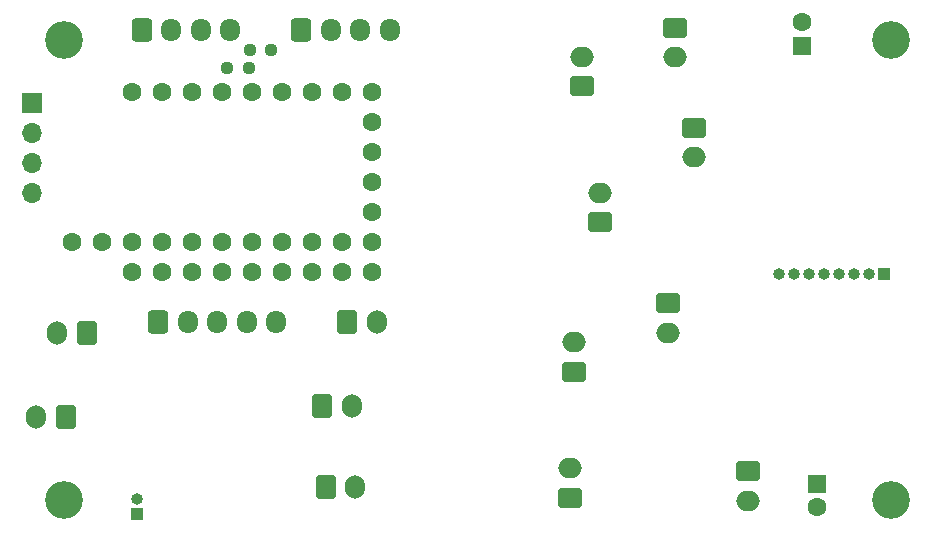
<source format=gbr>
%TF.GenerationSoftware,KiCad,Pcbnew,8.0.8*%
%TF.CreationDate,2025-02-01T00:49:18+03:00*%
%TF.ProjectId,Pistol_Camera_Driver,50697374-6f6c-45f4-9361-6d6572615f44,rev?*%
%TF.SameCoordinates,Original*%
%TF.FileFunction,Soldermask,Bot*%
%TF.FilePolarity,Negative*%
%FSLAX46Y46*%
G04 Gerber Fmt 4.6, Leading zero omitted, Abs format (unit mm)*
G04 Created by KiCad (PCBNEW 8.0.8) date 2025-02-01 00:49:18*
%MOMM*%
%LPD*%
G01*
G04 APERTURE LIST*
G04 Aperture macros list*
%AMRoundRect*
0 Rectangle with rounded corners*
0 $1 Rounding radius*
0 $2 $3 $4 $5 $6 $7 $8 $9 X,Y pos of 4 corners*
0 Add a 4 corners polygon primitive as box body*
4,1,4,$2,$3,$4,$5,$6,$7,$8,$9,$2,$3,0*
0 Add four circle primitives for the rounded corners*
1,1,$1+$1,$2,$3*
1,1,$1+$1,$4,$5*
1,1,$1+$1,$6,$7*
1,1,$1+$1,$8,$9*
0 Add four rect primitives between the rounded corners*
20,1,$1+$1,$2,$3,$4,$5,0*
20,1,$1+$1,$4,$5,$6,$7,0*
20,1,$1+$1,$6,$7,$8,$9,0*
20,1,$1+$1,$8,$9,$2,$3,0*%
G04 Aperture macros list end*
%ADD10RoundRect,0.250000X-0.750000X0.600000X-0.750000X-0.600000X0.750000X-0.600000X0.750000X0.600000X0*%
%ADD11O,2.000000X1.700000*%
%ADD12C,3.200000*%
%ADD13RoundRect,0.250000X-0.600000X-0.750000X0.600000X-0.750000X0.600000X0.750000X-0.600000X0.750000X0*%
%ADD14O,1.700000X2.000000*%
%ADD15RoundRect,0.250000X-0.600000X-0.725000X0.600000X-0.725000X0.600000X0.725000X-0.600000X0.725000X0*%
%ADD16O,1.700000X1.950000*%
%ADD17RoundRect,0.250000X0.750000X-0.600000X0.750000X0.600000X-0.750000X0.600000X-0.750000X-0.600000X0*%
%ADD18R,1.600000X1.600000*%
%ADD19C,1.600000*%
%ADD20RoundRect,0.250000X0.600000X0.750000X-0.600000X0.750000X-0.600000X-0.750000X0.600000X-0.750000X0*%
%ADD21R,1.700000X1.700000*%
%ADD22O,1.700000X1.700000*%
%ADD23R,1.000000X1.000000*%
%ADD24O,1.000000X1.000000*%
%ADD25RoundRect,0.237500X-0.250000X-0.237500X0.250000X-0.237500X0.250000X0.237500X-0.250000X0.237500X0*%
%ADD26RoundRect,0.237500X0.250000X0.237500X-0.250000X0.237500X-0.250000X-0.237500X0.250000X-0.237500X0*%
G04 APERTURE END LIST*
D10*
%TO.C,J8*%
X91815000Y-57940000D03*
D11*
X91815000Y-60440000D03*
%TD*%
D12*
%TO.C,REF\u002A\u002A*%
X110645000Y-35650000D03*
%TD*%
D10*
%TO.C,J1*%
X92375000Y-34620000D03*
D11*
X92375000Y-37120000D03*
%TD*%
D10*
%TO.C,J5*%
X93950000Y-43100000D03*
D11*
X93950000Y-45600000D03*
%TD*%
D13*
%TO.C,J14*%
X62800000Y-73515001D03*
D14*
X65300000Y-73515001D03*
%TD*%
D15*
%TO.C,J19*%
X47210000Y-34830000D03*
D16*
X49710000Y-34830000D03*
X52210000Y-34830000D03*
X54710000Y-34830000D03*
%TD*%
D17*
%TO.C,J9*%
X83835001Y-63750000D03*
D11*
X83835001Y-61250000D03*
%TD*%
D18*
%TO.C,C1*%
X103130000Y-36167288D03*
D19*
X103130000Y-34167288D03*
%TD*%
D18*
%TO.C,C9*%
X104390000Y-73220000D03*
D19*
X104390000Y-75220001D03*
%TD*%
D12*
%TO.C,REF\u002A\u002A*%
X40645000Y-74650000D03*
%TD*%
D20*
%TO.C,J3*%
X40810000Y-67570000D03*
D14*
X38310000Y-67570000D03*
%TD*%
D10*
%TO.C,J17*%
X98525000Y-72190000D03*
D11*
X98525000Y-74690000D03*
%TD*%
D17*
%TO.C,J12*%
X84475001Y-39590000D03*
D11*
X84475001Y-37090000D03*
%TD*%
D17*
%TO.C,J7*%
X86055001Y-51120000D03*
D11*
X86055001Y-48620000D03*
%TD*%
D17*
%TO.C,J18*%
X83520000Y-74420000D03*
D11*
X83520000Y-71920000D03*
%TD*%
D19*
%TO.C,U10*%
X46430000Y-40060000D03*
X48970000Y-40060000D03*
X51510000Y-40060000D03*
X54050000Y-40060000D03*
X56590000Y-40060000D03*
X59130000Y-40060000D03*
X61670000Y-40060000D03*
X64210000Y-40060000D03*
X66750000Y-40060000D03*
X66750000Y-42600000D03*
X66750000Y-45140000D03*
X66750000Y-47680000D03*
X66750000Y-50220000D03*
X66750000Y-52760000D03*
X66750000Y-55300000D03*
X64210000Y-55300000D03*
X64210000Y-52760000D03*
X61670000Y-52760000D03*
X59130000Y-52760000D03*
X56590000Y-52760000D03*
X54050000Y-52760000D03*
X51510000Y-52760000D03*
X48970000Y-52760000D03*
X46430000Y-52760000D03*
X43890000Y-52760000D03*
X61670000Y-55300000D03*
X59130000Y-55300000D03*
X56590000Y-55300000D03*
X54050000Y-55300000D03*
X51510000Y-55300000D03*
X48970000Y-55300000D03*
X46430000Y-55300000D03*
X41350000Y-52760000D03*
%TD*%
D12*
%TO.C,REF\u002A\u002A*%
X40645000Y-35650000D03*
%TD*%
D20*
%TO.C,J4*%
X42550000Y-60510000D03*
D14*
X40050000Y-60510000D03*
%TD*%
D13*
%TO.C,J15*%
X62510000Y-66645001D03*
D14*
X65010000Y-66645001D03*
%TD*%
D12*
%TO.C,REF\u002A\u002A*%
X110645000Y-74650000D03*
%TD*%
D15*
%TO.C,J13*%
X60720000Y-34810000D03*
D16*
X63220000Y-34810000D03*
X65720000Y-34810000D03*
X68220000Y-34810000D03*
%TD*%
D21*
%TO.C,J10*%
X37955000Y-41010000D03*
D22*
X37955000Y-43550000D03*
X37955000Y-46090000D03*
X37955000Y-48630000D03*
%TD*%
D13*
%TO.C,J16*%
X64640000Y-59520000D03*
D14*
X67140000Y-59520000D03*
%TD*%
D23*
%TO.C,J11*%
X46815000Y-75835000D03*
D24*
X46815000Y-74565000D03*
%TD*%
D15*
%TO.C,J6*%
X48610000Y-59510000D03*
D16*
X51110000Y-59510000D03*
X53610000Y-59510000D03*
X56110000Y-59510000D03*
X58610000Y-59510000D03*
%TD*%
D25*
%TO.C,R3*%
X56387500Y-36500000D03*
X58212500Y-36500000D03*
%TD*%
D26*
%TO.C,R6*%
X56312500Y-38030000D03*
X54487500Y-38030000D03*
%TD*%
D23*
%TO.C,J2*%
X110060000Y-55470000D03*
D24*
X108789999Y-55470000D03*
X107520000Y-55470000D03*
X106250000Y-55470000D03*
X104980001Y-55470000D03*
X103710000Y-55470000D03*
X102440000Y-55470000D03*
X101170000Y-55470000D03*
%TD*%
M02*

</source>
